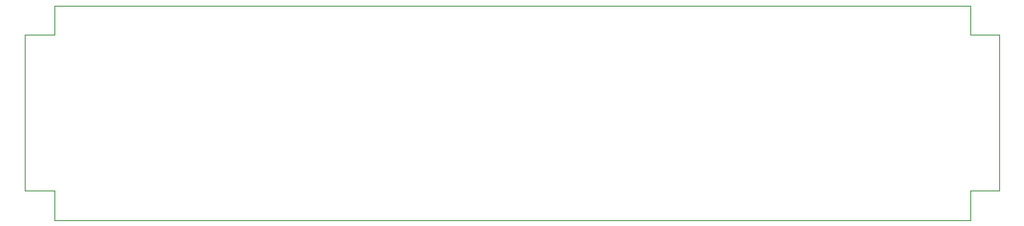
<source format=gbr>
%TF.GenerationSoftware,KiCad,Pcbnew,(6.0.0)*%
%TF.CreationDate,2022-06-19T19:27:42+02:00*%
%TF.ProjectId,PCBv2,50434276-322e-46b6-9963-61645f706362,rev?*%
%TF.SameCoordinates,Original*%
%TF.FileFunction,Profile,NP*%
%FSLAX46Y46*%
G04 Gerber Fmt 4.6, Leading zero omitted, Abs format (unit mm)*
G04 Created by KiCad (PCBNEW (6.0.0)) date 2022-06-19 19:27:42*
%MOMM*%
%LPD*%
G01*
G04 APERTURE LIST*
%TA.AperFunction,Profile*%
%ADD10C,0.100000*%
%TD*%
G04 APERTURE END LIST*
D10*
X159000000Y-48000000D02*
X159000000Y-64000000D01*
X59000000Y-64000000D02*
X59000000Y-48000000D01*
X156000000Y-45000000D02*
X156000000Y-48000000D01*
X62000000Y-45000000D02*
X156000000Y-45000000D01*
X156000000Y-48000000D02*
X159000000Y-48000000D01*
X62000000Y-67000000D02*
X62000000Y-64000000D01*
X156000000Y-67000000D02*
X62000000Y-67000000D01*
X159000000Y-64000000D02*
X156000000Y-64000000D01*
X62000000Y-48000000D02*
X62000000Y-45000000D01*
X59000000Y-48000000D02*
X62000000Y-48000000D01*
X156000000Y-64000000D02*
X156000000Y-67000000D01*
X62000000Y-64000000D02*
X59000000Y-64000000D01*
M02*

</source>
